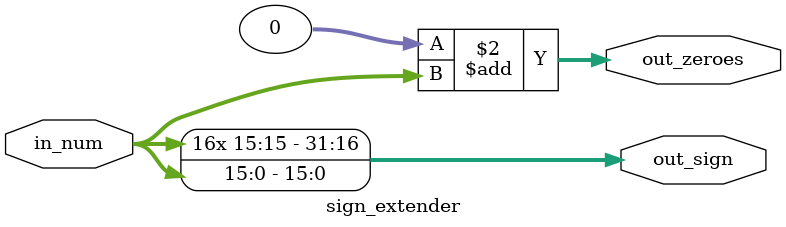
<source format=v>

module sign_extender(

	input wire [15:0] in_num,
	output reg [31:0] out_sign,
	output reg [31:0] out_zeroes);
	
	always @(in_num) begin
	
		out_sign = { {16{in_num[15]}}, in_num[15:0] };
		
		out_zeroes = 0;
		
		out_zeroes = out_zeroes + in_num;
		
	end

endmodule

</source>
